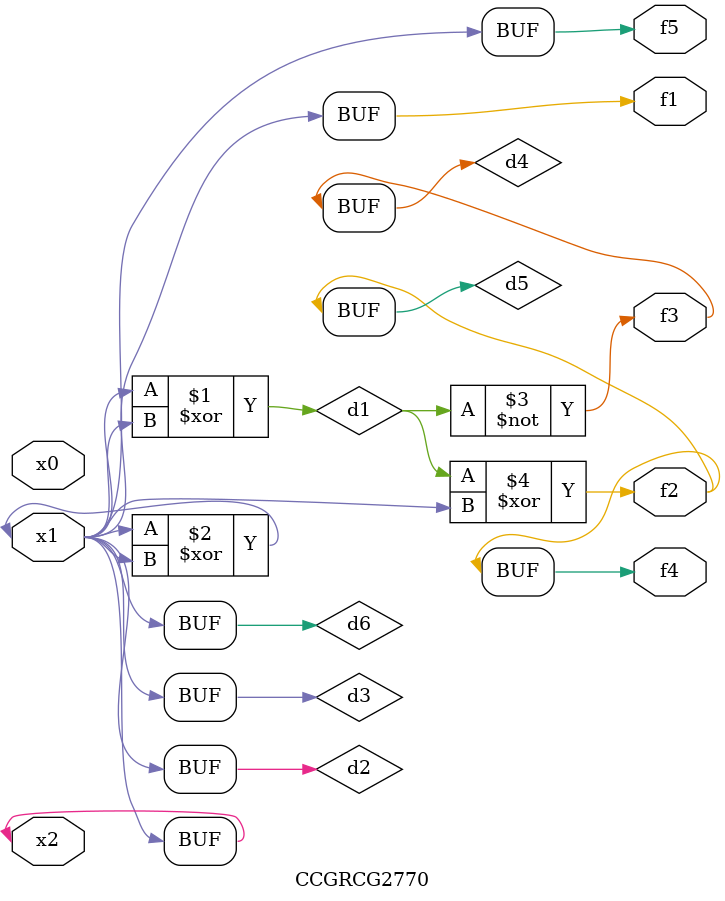
<source format=v>
module CCGRCG2770(
	input x0, x1, x2,
	output f1, f2, f3, f4, f5
);

	wire d1, d2, d3, d4, d5, d6;

	xor (d1, x1, x2);
	buf (d2, x1, x2);
	xor (d3, x1, x2);
	nor (d4, d1);
	xor (d5, d1, d2);
	buf (d6, d2, d3);
	assign f1 = d6;
	assign f2 = d5;
	assign f3 = d4;
	assign f4 = d5;
	assign f5 = d6;
endmodule

</source>
